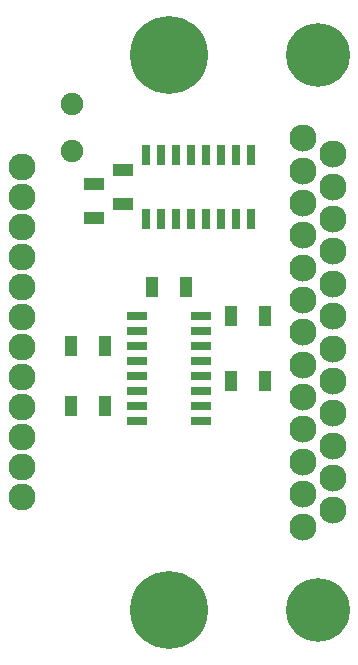
<source format=gbs>
G04 project-name*
%FSLAX35Y35*%
%MOMM*%
G04 r.r4.1(1)*
%LPD*%
%ADD10R,1.1X1.8*%
D10*
X-2397903Y17301797D02*
D03*

G04 r.r4.2(2)*
%LPD*%
D10*
X-2687903Y17301797D02*
D03*

G04 r.r3.1(1)*
%LPD*%
D10*
X-2397903Y16793797D02*
D03*

G04 r.r3.2(2)*
%LPD*%
D10*
X-2687903Y16793797D02*
D03*

G04 r.r2.1(1)*
%LPD*%
D10*
X-1332149Y17007797D02*
D03*

G04 r.r2.2(2)*
%LPD*%
D10*
X-1042149Y17007797D02*
D03*

G04 r.r1.1(1)*
%LPD*%
D10*
X-1042149Y17555797D02*
D03*

G04 r.r1.2(2)*
%LPD*%
D10*
X-1332149Y17555797D02*
D03*

G04 __c.(undefined)*
%LPD*%
%ADD11C,6.6000000000000005*%
D11*
X-1854756Y19770797D02*
D03*

G04 __d.(undefined)*
%LPD*%
D11*
X-1854756Y15066797D02*
D03*

G04 c1.clk-(1)*
%LPD*%
%ADD12C,2.3*%
D12*
X-720707Y19062797D02*
D03*

G04 c1.sync-(2)*
%LPD*%
D12*
X-720707Y18788797D02*
D03*

G04 c1.x-(3)*
%LPD*%
D12*
X-720707Y18514797D02*
D03*

G04 c1.y-(4)*
%LPD*%
D12*
X-720707Y18240797D02*
D03*

G04 c1.z-(5)*
%LPD*%
D12*
X-720707Y17966797D02*
D03*

G04 c1.y_stat-(6)*
%LPD*%
D12*
X-720707Y17692797D02*
D03*

G04 c1.z_stat-(7)*
%LPD*%
D12*
X-720707Y17418797D02*
D03*

G04 c1.x_stat-(8)*
%LPD*%
D12*
X-720707Y17144797D02*
D03*

G04 c1.+15v(9)*
%LPD*%
D12*
X-720707Y16870797D02*
D03*

G04 c1.+15v(10)*
%LPD*%
D12*
X-720707Y16596797D02*
D03*

G04 c1.red(11)*
%LPD*%
D12*
X-720707Y16322797D02*
D03*

G04 c1.en(12)*
%LPD*%
D12*
X-720707Y16048797D02*
D03*

G04 c1.gnd(13)*
%LPD*%
D12*
X-720707Y15774797D02*
D03*

G04 c1.clk+(14)*
%LPD*%
D12*
X-466707Y18925797D02*
D03*

G04 c1.sync+(15)*
%LPD*%
D12*
X-466707Y18651797D02*
D03*

G04 c1.x+(16)*
%LPD*%
D12*
X-466707Y18377797D02*
D03*

G04 c1.y+(17)*
%LPD*%
D12*
X-466707Y18103797D02*
D03*

G04 c1.z+(18)*
%LPD*%
D12*
X-466707Y17829797D02*
D03*

G04 c1.y_stat+(19)*
%LPD*%
D12*
X-466707Y17555797D02*
D03*

G04 c1.z_stat+(20)*
%LPD*%
D12*
X-466707Y17281797D02*
D03*

G04 c1.x_stat+(21)*
%LPD*%
D12*
X-466707Y17007797D02*
D03*

G04 c1.+15v(22)*
%LPD*%
D12*
X-466707Y16733797D02*
D03*

G04 c1.pgnd(23)*
%LPD*%
D12*
X-466707Y16459797D02*
D03*

G04 c1.pwm(24)*
%LPD*%
D12*
X-466707Y16185797D02*
D03*

G04 c1.pctl(25)*
%LPD*%
D12*
X-466707Y15911797D02*
D03*

G04 c1.S(S)*
%LPD*%
%ADD13C,5.4*%
D13*
X-593707Y19770797D02*
D03*

G04 c1.S(S)*
%LPD*%
D13*
X-593707Y15066797D02*
D03*

G04 c5.C2.c(1)*
%LPD*%
%ADD14R,1.8X1.1*%
D14*
X-2244132Y18796796D02*
D03*

G04 c5.C2.a(2)*
%LPD*%
D14*
X-2244132Y18506796D02*
D03*

G04 d.c1.1a(1)*
%LPD*%
%ADD15R,0.8X1.75*%
D15*
X-2050113Y18921796D02*
D03*

G04 d.c1.1y(2)*
%LPD*%
D15*
X-1923113Y18921796D02*
D03*

G04 d.c1.1z(3)*
%LPD*%
D15*
X-1796113Y18921796D02*
D03*

G04 d.c1.g(4)*
%LPD*%
D15*
X-1669113Y18921796D02*
D03*

G04 d.c1.2z(5)*
%LPD*%
D15*
X-1542113Y18921796D02*
D03*

G04 d.c1.2y(6)*
%LPD*%
D15*
X-1415113Y18921796D02*
D03*

G04 d.c1.2a(7)*
%LPD*%
D15*
X-1288113Y18921796D02*
D03*

G04 d.c1.gnd(8)*
%LPD*%
D15*
X-1161113Y18921796D02*
D03*

G04 d.c1.vcc(16)*
%LPD*%
D15*
X-2050113Y18381796D02*
D03*

G04 d.c1.4a(15)*
%LPD*%
D15*
X-1923113Y18381796D02*
D03*

G04 d.c1.4y(14)*
%LPD*%
D15*
X-1796113Y18381796D02*
D03*

G04 d.c1.4z(13)*
%LPD*%
D15*
X-1669113Y18381796D02*
D03*

G04 d.c1.n_g(12)*
%LPD*%
D15*
X-1542113Y18381796D02*
D03*

G04 d.c1.3z(11)*
%LPD*%
D15*
X-1415113Y18381796D02*
D03*

G04 d.c1.3y(10)*
%LPD*%
D15*
X-1288113Y18381796D02*
D03*

G04 d.c1.3a(9)*
%LPD*%
D15*
X-1161113Y18381796D02*
D03*

G04 r.c1.1b(1)*
%LPD*%
%ADD16R,1.75X0.8*%
D16*
X-1582903Y17555797D02*
D03*

G04 r.c1.1a(2)*
%LPD*%
D16*
X-1582903Y17428797D02*
D03*

G04 r.c1.1y(3)*
%LPD*%
D16*
X-1582903Y17301797D02*
D03*

G04 r.c1.g(4)*
%LPD*%
D16*
X-1582903Y17174797D02*
D03*

G04 r.c1.2y(5)*
%LPD*%
D16*
X-1582903Y17047797D02*
D03*

G04 r.c1.2a(6)*
%LPD*%
D16*
X-1582903Y16920797D02*
D03*

G04 r.c1.2b(7)*
%LPD*%
D16*
X-1582903Y16793797D02*
D03*

G04 r.c1.gnd(8)*
%LPD*%
D16*
X-1582903Y16666797D02*
D03*

G04 r.c1.vcc(16)*
%LPD*%
D16*
X-2122903Y17555797D02*
D03*

G04 r.c1.4b(15)*
%LPD*%
D16*
X-2122903Y17428797D02*
D03*

G04 r.c1.4a(14)*
%LPD*%
D16*
X-2122903Y17301797D02*
D03*

G04 r.c1.4y(13)*
%LPD*%
D16*
X-2122903Y17174797D02*
D03*

G04 r.c1.n_g(12)*
%LPD*%
D16*
X-2122903Y17047797D02*
D03*

G04 r.c1.3y(11)*
%LPD*%
D16*
X-2122903Y16920797D02*
D03*

G04 r.c1.3a(10)*
%LPD*%
D16*
X-2122903Y16793797D02*
D03*

G04 r.c1.3b(9)*
%LPD*%
D16*
X-2122903Y16666797D02*
D03*

G04 r.c2.c(1)*
%LPD*%
D10*
X-1707903Y17803332D02*
D03*

G04 r.c2.a(2)*
%LPD*%
D10*
X-1997903Y17803332D02*
D03*

G04 r.c2.c(1)*
%LPD*%
D10*
X-1707903Y17803332D02*
D03*

G04 r.c2.a(2)*
%LPD*%
D10*
X-1997903Y17803332D02*
D03*

G04 j1.1(1)*
%LPD*%
D14*
X-2491229Y18679091D02*
D03*

G04 j1.1(2)*
%LPD*%
D14*
X-2491229Y18389091D02*
D03*

G04 conn.gnd(1)*
%LPD*%
%ADD17C,2.29*%
D17*
X-3098741Y18815797D02*
D03*

G04 conn.vcc(2)*
%LPD*%
D17*
X-3098741Y18561797D02*
D03*

G04 conn.clk(3)*
%LPD*%
D17*
X-3098741Y18307797D02*
D03*

G04 conn.sync(4)*
%LPD*%
D17*
X-3098741Y18053797D02*
D03*

G04 conn.y(5)*
%LPD*%
D17*
X-3098741Y17799797D02*
D03*

G04 conn.x(6)*
%LPD*%
D17*
X-3098741Y17545797D02*
D03*

G04 conn.y_stat(7)*
%LPD*%
D17*
X-3098741Y17291797D02*
D03*

G04 conn.x_stat(8)*
%LPD*%
D17*
X-3098741Y17037797D02*
D03*

G04 conn.pwm(9)*
%LPD*%
D17*
X-3098741Y16783797D02*
D03*

G04 conn.en(10)*
%LPD*%
D17*
X-3098741Y16529797D02*
D03*

G04 conn.pctl(11)*
%LPD*%
D17*
X-3098741Y16275797D02*
D03*

G04 conn.red(12)*
%LPD*%
D17*
X-3098741Y16021797D02*
D03*

G04 c2.c(1)*
%LPD*%
%ADD18C,1.9*%
D18*
X-2676411Y19354557D02*
D03*

G04 c2.a(2)*
%LPD*%
D18*
X-2676411Y18954557D02*
D03*

M02*
</source>
